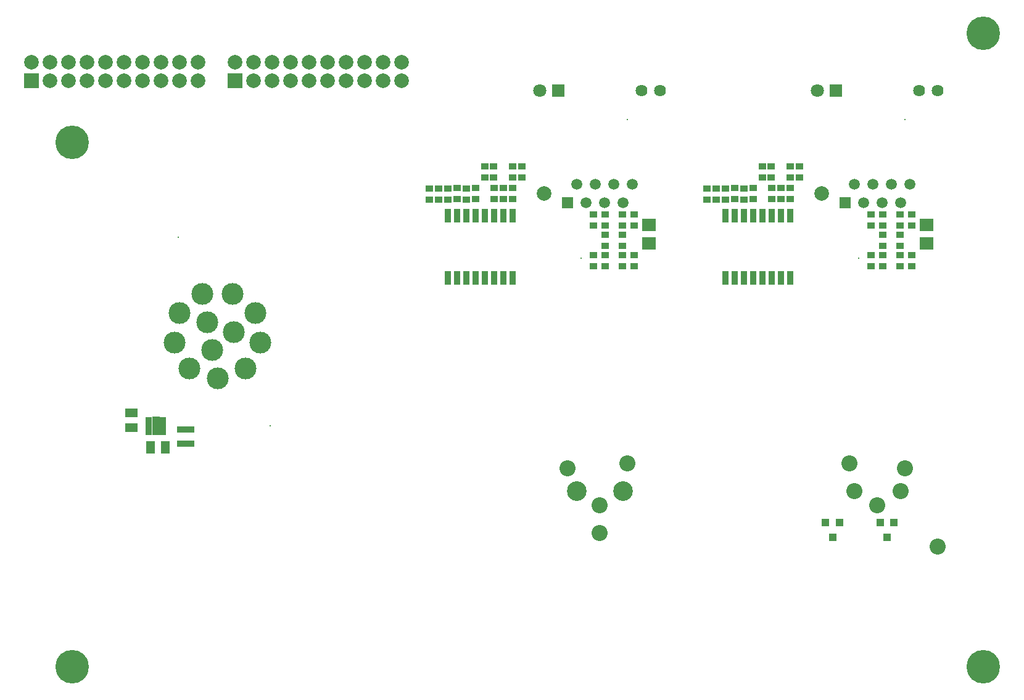
<source format=gbs>
G04*
G04 #@! TF.GenerationSoftware,Altium Limited,Altium Designer,24.5.2 (23)*
G04*
G04 Layer_Color=16711935*
%FSLAX44Y44*%
%MOMM*%
G71*
G04*
G04 #@! TF.SameCoordinates,44D7EE50-CEF4-4518-91F5-DF1CE1C3C4A8*
G04*
G04*
G04 #@! TF.FilePolarity,Negative*
G04*
G01*
G75*
%ADD11C,2.2032*%
%ADD12C,2.7032*%
%ADD13R,1.5112X1.5112*%
%ADD14C,1.5112*%
%ADD15C,1.6256*%
%ADD16C,0.2032*%
%ADD17C,2.0032*%
%ADD18R,1.8032X1.8032*%
%ADD19C,1.8032*%
%ADD20C,4.6032*%
%ADD21R,2.0032X2.0032*%
%ADD22C,3.0032*%
%ADD56R,1.0090X0.8820*%
%ADD57R,1.0922X0.9652*%
%ADD58R,0.9632X1.8732*%
%ADD59R,1.9812X1.7272*%
%ADD60R,1.1560X1.6640*%
%ADD61R,0.9432X0.4732*%
%ADD62R,1.0432X2.6032*%
%ADD63R,1.6640X1.1560*%
%ADD64R,2.4032X0.8532*%
%ADD65R,1.0232X1.1232*%
D11*
X825300Y248550D02*
D03*
Y286650D02*
D03*
X863400Y343800D02*
D03*
X780850Y337450D02*
D03*
X1288850Y229500D02*
D03*
X1206300Y286650D02*
D03*
X1174550Y305700D02*
D03*
X1238050D02*
D03*
X1244400Y337450D02*
D03*
X1168200Y343800D02*
D03*
D12*
X857050Y305700D02*
D03*
X793550D02*
D03*
D13*
X780850Y702350D02*
D03*
X1161850D02*
D03*
D14*
X793550Y727750D02*
D03*
X806250Y702350D02*
D03*
X818950Y727750D02*
D03*
X831650Y702350D02*
D03*
X844350Y727750D02*
D03*
X857050Y702350D02*
D03*
X869750Y727750D02*
D03*
X1174550D02*
D03*
X1187250Y702350D02*
D03*
X1199950Y727750D02*
D03*
X1212650Y702350D02*
D03*
X1225350Y727750D02*
D03*
X1238050Y702350D02*
D03*
X1250750Y727750D02*
D03*
D15*
X908000Y856550D02*
D03*
X882600D02*
D03*
X1289000D02*
D03*
X1263600D02*
D03*
D16*
X863400Y816650D02*
D03*
X799900Y626150D02*
D03*
X1244400Y816650D02*
D03*
X1180900Y626150D02*
D03*
X246463Y654645D02*
D03*
X372625Y395975D02*
D03*
D17*
X749100Y715050D02*
D03*
X1130100D02*
D03*
X45456Y895245D02*
D03*
X70856Y869845D02*
D03*
Y895245D02*
D03*
X96256Y869845D02*
D03*
Y895245D02*
D03*
X121656Y869845D02*
D03*
Y895245D02*
D03*
X147056Y869845D02*
D03*
X147056Y895245D02*
D03*
X172456Y869845D02*
D03*
X172456Y895245D02*
D03*
X197856Y869845D02*
D03*
Y895245D02*
D03*
X223256Y869845D02*
D03*
Y895245D02*
D03*
X248656Y869845D02*
D03*
Y895245D02*
D03*
X274056Y869845D02*
D03*
X274056Y895245D02*
D03*
X553456D02*
D03*
X553456Y869845D02*
D03*
X528056Y895245D02*
D03*
Y869845D02*
D03*
X502656Y895245D02*
D03*
Y869845D02*
D03*
X477256Y895245D02*
D03*
Y869845D02*
D03*
X451856Y895245D02*
D03*
X451856Y869845D02*
D03*
X426456Y895245D02*
D03*
X426456Y869845D02*
D03*
X401056Y895245D02*
D03*
Y869845D02*
D03*
X375656Y895245D02*
D03*
Y869845D02*
D03*
X350256Y895245D02*
D03*
Y869845D02*
D03*
X324856Y895245D02*
D03*
D18*
X768000Y856550D02*
D03*
X1149000D02*
D03*
D19*
X742600D02*
D03*
X1123600D02*
D03*
D20*
X1351350Y935000D02*
D03*
Y65000D02*
D03*
X101350D02*
D03*
Y785000D02*
D03*
D21*
X45456Y869845D02*
D03*
X324856D02*
D03*
D22*
X292810Y499760D02*
D03*
X322650Y524810D02*
D03*
X286040Y538140D02*
D03*
X339070Y474940D02*
D03*
X359590Y510480D02*
D03*
X352460Y550900D02*
D03*
X321020Y577280D02*
D03*
X300500Y460900D02*
D03*
X261930Y474940D02*
D03*
X241410Y510480D02*
D03*
X248540Y550900D02*
D03*
X279980Y577280D02*
D03*
D56*
X1060730Y707108D02*
D03*
Y722348D02*
D03*
X1009930Y707108D02*
D03*
Y722348D02*
D03*
X1073430Y707108D02*
D03*
Y722348D02*
D03*
X1086130Y707108D02*
D03*
Y722348D02*
D03*
X628930D02*
D03*
Y707108D02*
D03*
X692430D02*
D03*
Y722348D02*
D03*
X679730Y707108D02*
D03*
Y722348D02*
D03*
X705130Y707108D02*
D03*
Y722348D02*
D03*
D57*
X1048030Y751955D02*
D03*
Y736715D02*
D03*
X590830Y706854D02*
D03*
Y722094D02*
D03*
X603530Y706854D02*
D03*
Y722094D02*
D03*
X856288Y642874D02*
D03*
Y658114D02*
D03*
X832412D02*
D03*
Y642874D02*
D03*
X1098830Y751955D02*
D03*
Y736715D02*
D03*
X1213412Y614934D02*
D03*
Y630174D02*
D03*
X1086130Y736715D02*
D03*
Y751955D02*
D03*
X1237288Y630174D02*
D03*
Y614934D02*
D03*
X1253250Y671068D02*
D03*
Y686308D02*
D03*
X1060692Y736715D02*
D03*
Y751955D02*
D03*
X971830Y706854D02*
D03*
Y722094D02*
D03*
X984530Y706854D02*
D03*
Y722094D02*
D03*
X1035330Y707108D02*
D03*
Y722348D02*
D03*
X1197450Y614934D02*
D03*
Y630174D02*
D03*
X1237288Y671068D02*
D03*
Y686308D02*
D03*
X997230Y706854D02*
D03*
Y722094D02*
D03*
X1253250Y614934D02*
D03*
Y630174D02*
D03*
X1022630Y706854D02*
D03*
Y722094D02*
D03*
X1197450Y671068D02*
D03*
Y686308D02*
D03*
X1213412Y642874D02*
D03*
Y658114D02*
D03*
Y671068D02*
D03*
Y686308D02*
D03*
X1237288Y642874D02*
D03*
Y658114D02*
D03*
X667030Y751955D02*
D03*
Y736715D02*
D03*
X654330Y707108D02*
D03*
Y722348D02*
D03*
X641630Y706854D02*
D03*
Y722094D02*
D03*
X616230Y706854D02*
D03*
Y722094D02*
D03*
X679692Y736715D02*
D03*
Y751955D02*
D03*
X705130Y736715D02*
D03*
Y751955D02*
D03*
X717830D02*
D03*
Y736715D02*
D03*
X872250Y614934D02*
D03*
Y630174D02*
D03*
X856288Y671068D02*
D03*
Y686308D02*
D03*
X872250Y671068D02*
D03*
Y686308D02*
D03*
X832412Y614934D02*
D03*
Y630174D02*
D03*
X856288D02*
D03*
Y614934D02*
D03*
X816450Y686308D02*
D03*
X832412D02*
D03*
X816450Y671068D02*
D03*
X832412D02*
D03*
X816450Y614934D02*
D03*
Y630174D02*
D03*
D58*
X997230Y599158D02*
D03*
X1009930Y599158D02*
D03*
X1022630Y599158D02*
D03*
X1035330D02*
D03*
X1048030D02*
D03*
X1060730D02*
D03*
X1073430Y599158D02*
D03*
X1086130Y599158D02*
D03*
Y684458D02*
D03*
X1073430Y684458D02*
D03*
X1060730Y684458D02*
D03*
X1048030D02*
D03*
X1035330D02*
D03*
X1022630D02*
D03*
X1009930Y684458D02*
D03*
X997230Y684458D02*
D03*
X616230Y599158D02*
D03*
X628930Y599158D02*
D03*
X641630Y599158D02*
D03*
X654330D02*
D03*
X667030D02*
D03*
X679730D02*
D03*
X692430Y599158D02*
D03*
X705130Y599158D02*
D03*
Y684458D02*
D03*
X692430Y684458D02*
D03*
X679730Y684458D02*
D03*
X667030D02*
D03*
X654330D02*
D03*
X641630D02*
D03*
X628930Y684458D02*
D03*
X616230Y684458D02*
D03*
D59*
X1273730Y671830D02*
D03*
Y646430D02*
D03*
X892730Y671830D02*
D03*
Y646430D02*
D03*
D60*
X208515Y366406D02*
D03*
X228835Y366406D02*
D03*
D61*
X205931Y385450D02*
D03*
Y390450D02*
D03*
Y395450D02*
D03*
Y400450D02*
D03*
Y405450D02*
D03*
X225831D02*
D03*
X225831Y400450D02*
D03*
X225831Y395450D02*
D03*
Y390450D02*
D03*
Y385450D02*
D03*
D62*
X215881Y395450D02*
D03*
D63*
X181890Y413818D02*
D03*
X181890Y393498D02*
D03*
D64*
X256566Y390472D02*
D03*
Y371472D02*
D03*
D65*
X1228980Y262730D02*
D03*
X1209980D02*
D03*
X1219480Y242730D02*
D03*
X1154050Y262730D02*
D03*
X1135050D02*
D03*
X1144550Y242730D02*
D03*
M02*

</source>
